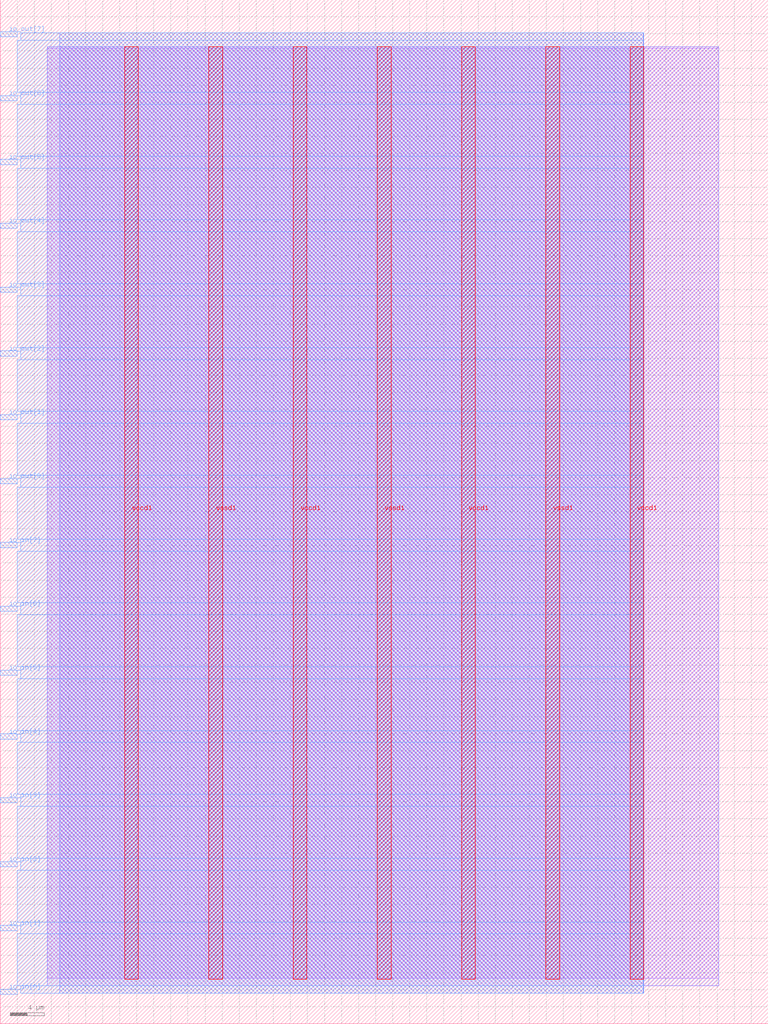
<source format=lef>
VERSION 5.7 ;
  NOWIREEXTENSIONATPIN ON ;
  DIVIDERCHAR "/" ;
  BUSBITCHARS "[]" ;
MACRO user_module_341516949939814994
  CLASS BLOCK ;
  FOREIGN user_module_341516949939814994 ;
  ORIGIN 0.000 0.000 ;
  SIZE 90.000 BY 120.000 ;
  PIN io_in[0]
    DIRECTION INPUT ;
    USE SIGNAL ;
    PORT
      LAYER met3 ;
        RECT 0.000 3.440 2.000 4.040 ;
    END
  END io_in[0]
  PIN io_in[1]
    DIRECTION INPUT ;
    USE SIGNAL ;
    PORT
      LAYER met3 ;
        RECT 0.000 10.920 2.000 11.520 ;
    END
  END io_in[1]
  PIN io_in[2]
    DIRECTION INPUT ;
    USE SIGNAL ;
    PORT
      LAYER met3 ;
        RECT 0.000 18.400 2.000 19.000 ;
    END
  END io_in[2]
  PIN io_in[3]
    DIRECTION INPUT ;
    USE SIGNAL ;
    PORT
      LAYER met3 ;
        RECT 0.000 25.880 2.000 26.480 ;
    END
  END io_in[3]
  PIN io_in[4]
    DIRECTION INPUT ;
    USE SIGNAL ;
    PORT
      LAYER met3 ;
        RECT 0.000 33.360 2.000 33.960 ;
    END
  END io_in[4]
  PIN io_in[5]
    DIRECTION INPUT ;
    USE SIGNAL ;
    PORT
      LAYER met3 ;
        RECT 0.000 40.840 2.000 41.440 ;
    END
  END io_in[5]
  PIN io_in[6]
    DIRECTION INPUT ;
    USE SIGNAL ;
    PORT
      LAYER met3 ;
        RECT 0.000 48.320 2.000 48.920 ;
    END
  END io_in[6]
  PIN io_in[7]
    DIRECTION INPUT ;
    USE SIGNAL ;
    PORT
      LAYER met3 ;
        RECT 0.000 55.800 2.000 56.400 ;
    END
  END io_in[7]
  PIN io_out[0]
    DIRECTION OUTPUT TRISTATE ;
    USE SIGNAL ;
    PORT
      LAYER met3 ;
        RECT 0.000 63.280 2.000 63.880 ;
    END
  END io_out[0]
  PIN io_out[1]
    DIRECTION OUTPUT TRISTATE ;
    USE SIGNAL ;
    PORT
      LAYER met3 ;
        RECT 0.000 70.760 2.000 71.360 ;
    END
  END io_out[1]
  PIN io_out[2]
    DIRECTION OUTPUT TRISTATE ;
    USE SIGNAL ;
    PORT
      LAYER met3 ;
        RECT 0.000 78.240 2.000 78.840 ;
    END
  END io_out[2]
  PIN io_out[3]
    DIRECTION OUTPUT TRISTATE ;
    USE SIGNAL ;
    PORT
      LAYER met3 ;
        RECT 0.000 85.720 2.000 86.320 ;
    END
  END io_out[3]
  PIN io_out[4]
    DIRECTION OUTPUT TRISTATE ;
    USE SIGNAL ;
    PORT
      LAYER met3 ;
        RECT 0.000 93.200 2.000 93.800 ;
    END
  END io_out[4]
  PIN io_out[5]
    DIRECTION OUTPUT TRISTATE ;
    USE SIGNAL ;
    PORT
      LAYER met3 ;
        RECT 0.000 100.680 2.000 101.280 ;
    END
  END io_out[5]
  PIN io_out[6]
    DIRECTION OUTPUT TRISTATE ;
    USE SIGNAL ;
    PORT
      LAYER met3 ;
        RECT 0.000 108.160 2.000 108.760 ;
    END
  END io_out[6]
  PIN io_out[7]
    DIRECTION OUTPUT TRISTATE ;
    USE SIGNAL ;
    PORT
      LAYER met3 ;
        RECT 0.000 115.640 2.000 116.240 ;
    END
  END io_out[7]
  PIN vccd1
    DIRECTION INOUT ;
    USE POWER ;
    PORT
      LAYER met4 ;
        RECT 14.590 5.200 16.190 114.480 ;
    END
    PORT
      LAYER met4 ;
        RECT 34.330 5.200 35.930 114.480 ;
    END
    PORT
      LAYER met4 ;
        RECT 54.070 5.200 55.670 114.480 ;
    END
    PORT
      LAYER met4 ;
        RECT 73.810 5.200 75.410 114.480 ;
    END
  END vccd1
  PIN vssd1
    DIRECTION INOUT ;
    USE GROUND ;
    PORT
      LAYER met4 ;
        RECT 24.460 5.200 26.060 114.480 ;
    END
    PORT
      LAYER met4 ;
        RECT 44.200 5.200 45.800 114.480 ;
    END
    PORT
      LAYER met4 ;
        RECT 63.940 5.200 65.540 114.480 ;
    END
  END vssd1
  OBS
      LAYER li1 ;
        RECT 5.520 5.355 84.180 114.325 ;
      LAYER met1 ;
        RECT 5.520 4.460 84.180 114.480 ;
      LAYER met2 ;
        RECT 6.990 3.555 75.380 116.125 ;
      LAYER met3 ;
        RECT 2.400 115.240 75.400 116.105 ;
        RECT 2.000 109.160 75.400 115.240 ;
        RECT 2.400 107.760 75.400 109.160 ;
        RECT 2.000 101.680 75.400 107.760 ;
        RECT 2.400 100.280 75.400 101.680 ;
        RECT 2.000 94.200 75.400 100.280 ;
        RECT 2.400 92.800 75.400 94.200 ;
        RECT 2.000 86.720 75.400 92.800 ;
        RECT 2.400 85.320 75.400 86.720 ;
        RECT 2.000 79.240 75.400 85.320 ;
        RECT 2.400 77.840 75.400 79.240 ;
        RECT 2.000 71.760 75.400 77.840 ;
        RECT 2.400 70.360 75.400 71.760 ;
        RECT 2.000 64.280 75.400 70.360 ;
        RECT 2.400 62.880 75.400 64.280 ;
        RECT 2.000 56.800 75.400 62.880 ;
        RECT 2.400 55.400 75.400 56.800 ;
        RECT 2.000 49.320 75.400 55.400 ;
        RECT 2.400 47.920 75.400 49.320 ;
        RECT 2.000 41.840 75.400 47.920 ;
        RECT 2.400 40.440 75.400 41.840 ;
        RECT 2.000 34.360 75.400 40.440 ;
        RECT 2.400 32.960 75.400 34.360 ;
        RECT 2.000 26.880 75.400 32.960 ;
        RECT 2.400 25.480 75.400 26.880 ;
        RECT 2.000 19.400 75.400 25.480 ;
        RECT 2.400 18.000 75.400 19.400 ;
        RECT 2.000 11.920 75.400 18.000 ;
        RECT 2.400 10.520 75.400 11.920 ;
        RECT 2.000 4.440 75.400 10.520 ;
        RECT 2.400 3.575 75.400 4.440 ;
  END
END user_module_341516949939814994
END LIBRARY


</source>
